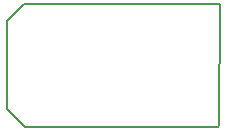
<source format=gbo>
G04*
G04 #@! TF.GenerationSoftware,Altium Limited,Altium Designer,20.0.10 (225)*
G04*
G04 Layer_Color=57008*
%FSLAX25Y25*%
%MOIN*%
G70*
G01*
G75*
%ADD12C,0.00787*%
D12*
X6102Y41339D02*
X71287Y41339D01*
X393Y35630D02*
X6102Y41339D01*
X6401Y390D02*
X70763D01*
X393Y6398D02*
Y35630D01*
Y6398D02*
X6401Y390D01*
X70763D02*
X71291Y917D01*
X71287Y41339D02*
X71391Y41235D01*
X71291Y917D02*
X71391Y41235D01*
M02*

</source>
